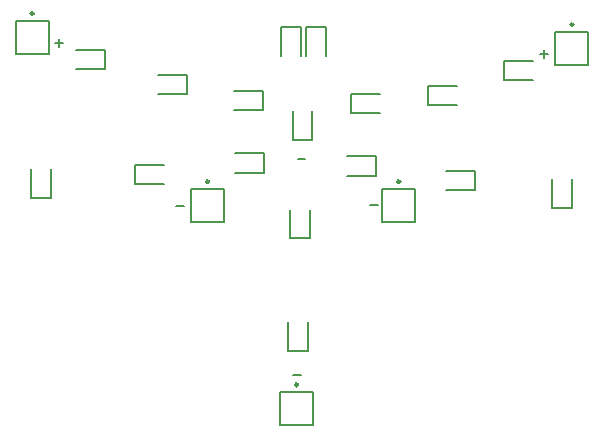
<source format=gto>
G04 Layer_Color=65535*
%FSLAX25Y25*%
%MOIN*%
G70*
G01*
G75*
%ADD20C,0.00984*%
%ADD21C,0.00787*%
%ADD22C,0.00600*%
D20*
X34646Y84153D02*
G03*
X34646Y84153I-492J0D01*
G01*
X-29035D02*
G03*
X-29035Y84153I-492J0D01*
G01*
X-87500Y140157D02*
G03*
X-87500Y140157I-492J0D01*
G01*
X591Y16437D02*
G03*
X591Y16437I-492J0D01*
G01*
X92421Y136516D02*
G03*
X92421Y136516I-492J0D01*
G01*
D21*
X28642Y70571D02*
Y81595D01*
X28642Y70571D02*
X39665D01*
Y81595D01*
X28642Y81595D02*
X39665D01*
X-35039Y70571D02*
Y81595D01*
X-35039Y70571D02*
X-24016D01*
Y81595D01*
X-35039Y81595D02*
X-24016D01*
X-2559Y27756D02*
Y37402D01*
Y27756D02*
X3937D01*
Y37402D01*
X-1870Y65158D02*
Y74803D01*
Y65158D02*
X4626D01*
Y74803D01*
X1575Y125984D02*
Y135630D01*
X-4921D02*
X1575D01*
X-4921Y125984D02*
Y135630D01*
X9843Y125984D02*
Y135630D01*
X3347D02*
X9843D01*
X3347Y125984D02*
Y135630D01*
X18307Y113386D02*
X27953D01*
X18307Y106890D02*
Y113386D01*
Y106890D02*
X27953D01*
X44094Y116142D02*
X53740D01*
X44094Y109646D02*
Y116142D01*
Y109646D02*
X53740D01*
X69291Y124409D02*
X78937D01*
X69291Y117913D02*
Y124409D01*
Y117913D02*
X78937D01*
X-20768Y107874D02*
X-11122D01*
Y114370D01*
X-20768D02*
X-11122D01*
X-46063Y113189D02*
X-36417D01*
Y119685D01*
X-46063D02*
X-36417D01*
X-73425Y121653D02*
X-63779D01*
Y128150D01*
X-73425D02*
X-63779D01*
X-20276Y87008D02*
X-10630D01*
Y93504D01*
X-20276D02*
X-10630D01*
X-53740Y89665D02*
X-44094D01*
X-53740Y83169D02*
Y89665D01*
Y83169D02*
X-44094D01*
X-88287Y78543D02*
Y88189D01*
Y78543D02*
X-81791D01*
Y88189D01*
X17028Y86122D02*
X26673D01*
Y92618D01*
X17028D02*
X26673D01*
X49902Y81299D02*
X59547D01*
Y87795D01*
X49902D02*
X59547D01*
X85335Y75197D02*
Y84842D01*
Y75197D02*
X91831D01*
Y84842D01*
X591Y91732D02*
X2953D01*
X-93504Y137598D02*
X-82480D01*
X-82480Y126575D02*
Y137598D01*
X-93504Y126575D02*
X-82480D01*
X-93504Y126575D02*
Y137598D01*
X-5413Y13878D02*
X5610D01*
X5610Y2854D02*
Y13878D01*
X-5413Y2854D02*
X5610D01*
X-5413Y2854D02*
Y13878D01*
X86417Y133957D02*
X97441D01*
X97441Y122933D02*
Y133957D01*
X86417Y122933D02*
X97441D01*
X86417Y122933D02*
Y133957D01*
X-1083Y98032D02*
Y107677D01*
Y98032D02*
X5413D01*
Y107677D01*
D22*
X-80413Y130247D02*
X-77748D01*
X-79080Y131580D02*
Y128914D01*
X81201Y126704D02*
X83867D01*
X82534Y128037D02*
Y125371D01*
X-39862Y76015D02*
X-37196D01*
X-886Y19519D02*
X1780D01*
X24606Y76409D02*
X27272D01*
M02*

</source>
